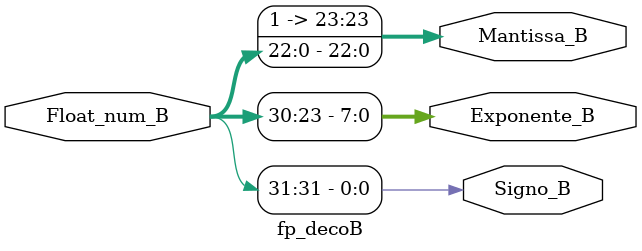
<source format=v>

module fp_decoB (
    input  [31:0] Float_num_B,
    output Signo_B,
    output [7:0] Exponente_B,
    output [23:0] Mantissa_B
);

assign Signo_B = Float_num_B[31];
assign Exponente_B = Float_num_B[30:23];
assign Mantissa_B = { 1'b1, Float_num_B[22:0]}; // Se agrega un 1 al inicio para la normalización implícita (1.xxx)

endmodule 

</source>
